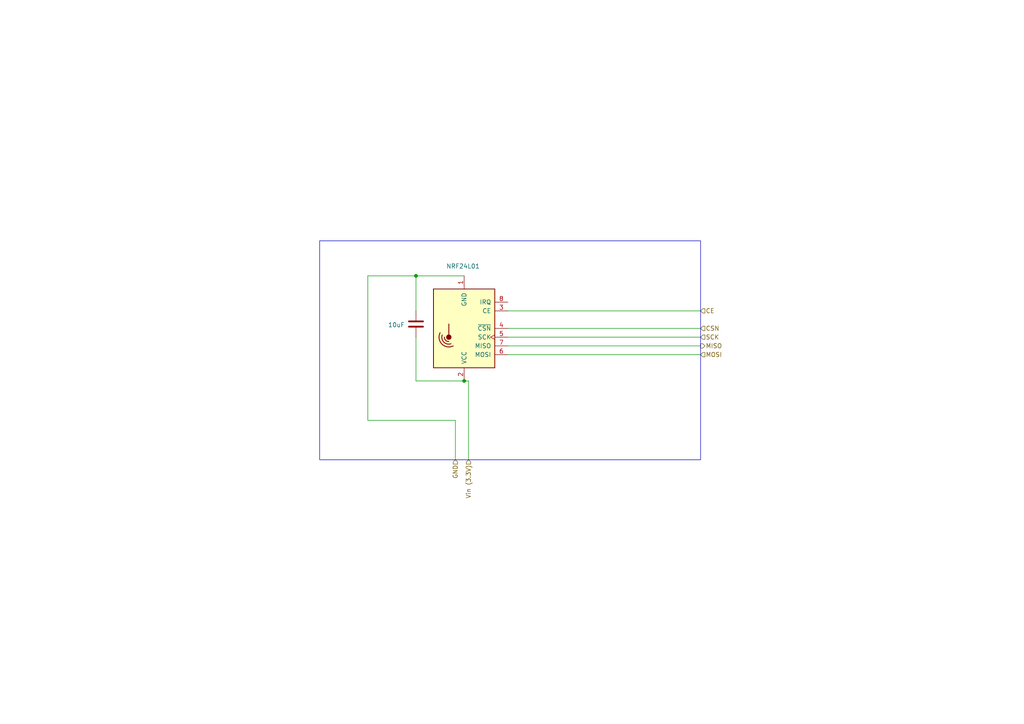
<source format=kicad_sch>
(kicad_sch (version 20231120) (generator "eeschema") (generator_version "8.0")
  (paper "A4")
  (lib_symbols
    (symbol "Device:C" (pin_numbers hide) (pin_names (offset 0.254))
      (property "Reference" "C" (at 0.635 2.54 0))
      (property "Value" "C" (at 0.635 -2.54 0))
      (symbol "C_0_1"
        (polyline (pts (xy -2.032 -0.762) (xy 2.032 -0.762)) (stroke (width 0.508)))
        (polyline (pts (xy -2.032 0.762) (xy 2.032 0.762)) (stroke (width 0.508)))
      )
      (symbol "C_1_1"
        (pin passive line (at 0 3.81 270) (length 2.794) (name "~") (number "1"))
        (pin passive line (at 0 -3.81 90) (length 2.794) (name "~") (number "2"))
      )
    )
    (symbol "RF:NRF24L01_Breakout" (pin_names (offset 1.016))
      (property "Reference" "U" (at -8.89 12.7 0))
      (property "Value" "NRF24L01_Breakout" (at 3.81 12.7 0))
      (symbol "NRF24L01_Breakout_0_1"
        (rectangle (start -8.89 11.43) (end 8.89 -11.43) (stroke (width 0.254)) (fill (type background)))
        (polyline (pts (xy 4.445 1.905) (xy 4.445 -1.27)) (stroke (width 0.254)))
        (circle (center 4.445 2.54) (radius 0.635) (stroke (width 0.254)) (fill (type outline)))
        (arc (start 5.715 2.54) (mid 5.3521 3.4546) (end 4.445 3.81) (stroke (width 0.254)))
        (arc (start 6.35 1.905) (mid 5.8763 3.9854) (end 3.81 4.445) (stroke (width 0.254)))
        (arc (start 6.985 1.27) (mid 6.453 4.548) (end 3.175 5.08) (stroke (width 0.254)))
      )
      (symbol "NRF24L01_Breakout_1_1"
        (pin power_in line (at 0 -15.24 90) (length 3.81) (name "GND") (number "1"))
        (pin power_in line (at 0 15.24 270) (length 3.81) (name "VCC") (number "2"))
        (pin input line (at -12.7 -5.08 0) (length 3.81) (name "CE") (number "3"))
        (pin input line (at -12.7 0 0) (length 3.81) (name "~{CSN}") (number "4"))
        (pin input clock (at -12.7 2.54 0) (length 3.81) (name "SCK") (number "5"))
        (pin input line (at -12.7 7.62 0) (length 3.81) (name "MOSI") (number "6"))
        (pin output line (at -12.7 5.08 0) (length 3.81) (name "MISO") (number "7"))
        (pin output line (at -12.7 -7.62 0) (length 3.81) (name "IRQ") (number "8"))
      )
    )
  )
  (junction (at 120.65 80.01))
  (junction (at 134.62 110.49))
  (wire (pts (xy 132.08 121.92) (xy 106.68 121.92)))
  (wire (pts (xy 147.32 90.17) (xy 203.2 90.17)))
  (wire (pts (xy 106.68 121.92) (xy 106.68 80.01)))
  (wire (pts (xy 147.32 102.87) (xy 203.2 102.87)))
  (wire (pts (xy 147.32 95.25) (xy 203.2 95.25)))
  (wire (pts (xy 120.65 80.01) (xy 120.65 90.17)))
  (wire (pts (xy 106.68 80.01) (xy 120.65 80.01)))
  (wire (pts (xy 120.65 110.49) (xy 120.65 97.79)))
  (wire (pts (xy 132.08 133.35) (xy 132.08 121.92)))
  (wire (pts (xy 134.62 80.01) (xy 120.65 80.01)))
  (wire (pts (xy 147.32 100.33) (xy 203.2 100.33)))
  (wire (pts (xy 135.89 133.35) (xy 135.89 110.49)))
  (wire (pts (xy 134.62 110.49) (xy 120.65 110.49)))
  (wire (pts (xy 135.89 110.49) (xy 134.62 110.49)))
  (wire (pts (xy 147.32 97.79) (xy 203.2 97.79)))
  (rectangle (start 92.71 69.85) (end 203.2 133.35))
  (hierarchical_label "SCK" (shape input) (at 203.2 97.79 0))
  (hierarchical_label "CSN" (shape input) (at 203.2 95.25 0))
  (hierarchical_label "CE" (shape input) (at 203.2 90.17 0))
  (hierarchical_label "MISO" (shape output) (at 203.2 100.33 0))
  (hierarchical_label "MOSI" (shape input) (at 203.2 102.87 0))
  (hierarchical_label "GND" (shape input) (at 132.08 133.35 270))
  (hierarchical_label "Vin (3.3V)" (shape input) (at 135.89 133.35 270))
  (symbol (lib_id "RF:NRF24L01_Breakout") (at 134.62 95.25 180) (unit 1)
    (property "Reference" "U3" (effects (hide yes)))
    (property "Value" "NRF24L01" (at 139.192 77.216 0) (effects (justify left)))
    (property "Footprint" "RF_Module:nRF24L01_Breakout" (effects (hide yes)))
    (property "Datasheet" "http://www.nordicsemi.com/eng/content/download/2730/34105/file/nRF24L01_Product_Specification_v2_0.pdf" (effects (hide yes)))
    (property "Description" "Ultra low power 2.4GHz RF Transceiver, Carrier PCB" (effects (hide yes)))
  )
  (symbol (lib_id "Device:C") (at 120.65 93.98 180) (unit 1)
    (property "Reference" "C2" (effects (hide yes)))
    (property "Value" "10uF" (at 112.522 94.234 0) (effects (justify right)))
    (property "Description" "Unpolarized capacitor" (effects (hide yes)))
  )
)
</source>
